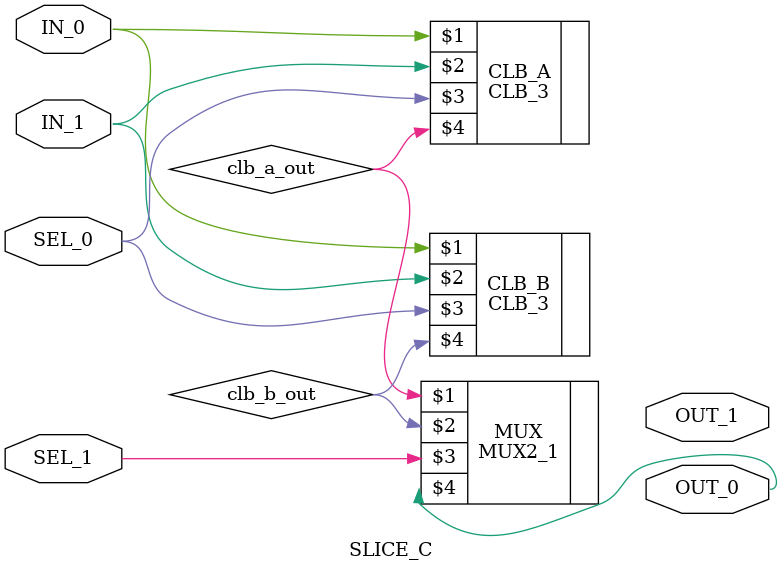
<source format=sv>
`timescale 1ns / 1ps

module SLICE_C(
    input IN_0,
    input IN_1,
    input SEL_0,
    input SEL_1,
    output OUT_0,
    output OUT_1
    );
    
    logic clb_a_out,clb_b_out;
    
    CLB_3 CLB_A(IN_0,IN_1,SEL_0,clb_a_out);
    CLB_3 CLB_B(IN_0,IN_1,SEL_0,clb_b_out);
    
    MUX2_1 MUX(clb_a_out,clb_b_out,SEL_1,OUT_0);
    
    //TODO ADD LATCH
    
endmodule

</source>
